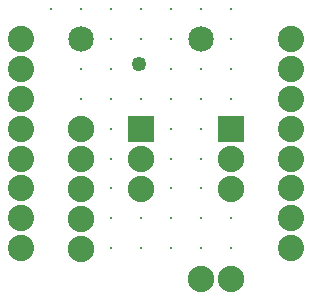
<source format=gts>
G04 MADE WITH FRITZING*
G04 WWW.FRITZING.ORG*
G04 DOUBLE SIDED*
G04 HOLES PLATED*
G04 CONTOUR ON CENTER OF CONTOUR VECTOR*
%ASAXBY*%
%FSLAX23Y23*%
%MOIN*%
%OFA0B0*%
%SFA1.0B1.0*%
%ADD10C,0.087778*%
%ADD11C,0.010000*%
%ADD12C,0.085000*%
%ADD13C,0.088000*%
%ADD14C,0.049370*%
%ADD15R,0.088000X0.088000*%
%ADD16R,0.001000X0.001000*%
%LNMASK1*%
G90*
G70*
G54D10*
X950Y305D03*
X950Y405D03*
X950Y505D03*
X950Y604D03*
X950Y704D03*
X950Y804D03*
X950Y904D03*
X950Y1004D03*
X50Y1004D03*
X50Y904D03*
X50Y804D03*
X50Y704D03*
X50Y604D03*
X50Y505D03*
X50Y405D03*
X50Y305D03*
G54D11*
X750Y305D03*
X750Y405D03*
X750Y505D03*
X750Y604D03*
X750Y704D03*
X750Y804D03*
X750Y904D03*
X750Y1004D03*
X750Y1104D03*
X650Y305D03*
X650Y405D03*
X650Y505D03*
X650Y604D03*
X650Y704D03*
X650Y804D03*
X650Y904D03*
X650Y1004D03*
X650Y1104D03*
X550Y305D03*
X550Y405D03*
X550Y505D03*
X550Y604D03*
X550Y704D03*
X550Y804D03*
X550Y904D03*
X550Y1004D03*
X550Y1104D03*
X450Y305D03*
X450Y405D03*
X450Y505D03*
X450Y604D03*
X450Y704D03*
X450Y804D03*
X450Y904D03*
X450Y1004D03*
X450Y1104D03*
X350Y305D03*
X350Y405D03*
X350Y505D03*
X350Y604D03*
X350Y704D03*
X350Y804D03*
X350Y904D03*
X350Y1004D03*
X350Y1104D03*
X250Y305D03*
X250Y405D03*
X250Y505D03*
X250Y604D03*
X250Y704D03*
X250Y804D03*
X250Y904D03*
X250Y1004D03*
X250Y1104D03*
X150Y1104D03*
G54D12*
X250Y1004D03*
X650Y1004D03*
G54D13*
X450Y704D03*
X450Y604D03*
X450Y504D03*
X750Y704D03*
X750Y604D03*
X750Y504D03*
X250Y704D03*
X250Y604D03*
X250Y504D03*
X250Y404D03*
X250Y304D03*
X750Y204D03*
X650Y204D03*
G54D14*
X444Y920D03*
G54D15*
X450Y704D03*
X750Y704D03*
G54D16*
D02*
G04 End of Mask1*
M02*
</source>
